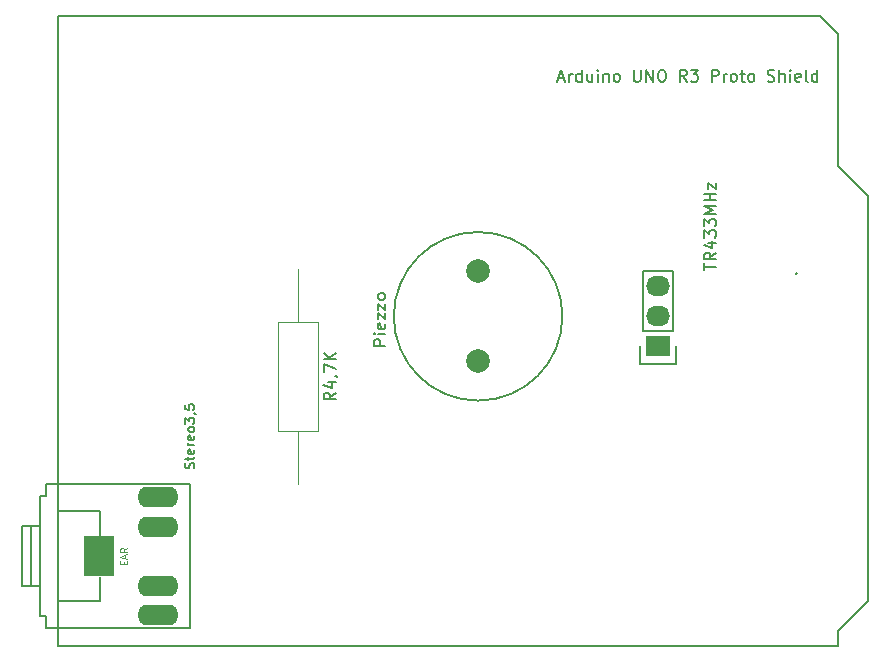
<source format=gbr>
%TF.GenerationSoftware,KiCad,Pcbnew,(6.0.4)*%
%TF.CreationDate,2022-04-14T17:01:16+02:00*%
%TF.ProjectId,KiCad_ArduinoUnoR3ProtoShield,4b694361-645f-4417-9264-75696e6f556e,rev?*%
%TF.SameCoordinates,Original*%
%TF.FileFunction,Legend,Top*%
%TF.FilePolarity,Positive*%
%FSLAX46Y46*%
G04 Gerber Fmt 4.6, Leading zero omitted, Abs format (unit mm)*
G04 Created by KiCad (PCBNEW (6.0.4)) date 2022-04-14 17:01:16*
%MOMM*%
%LPD*%
G01*
G04 APERTURE LIST*
%ADD10C,0.150000*%
%ADD11C,0.100000*%
%ADD12C,0.120000*%
%ADD13C,2.000000*%
%ADD14R,2.500000X3.500000*%
%ADD15O,3.500000X1.750000*%
%ADD16O,2.032000X1.727200*%
%ADD17R,2.032000X1.727200*%
G04 APERTURE END LIST*
D10*
%TO.C,Arduino UNO R3 Proto Shield*%
X154123809Y-78906666D02*
X154600000Y-78906666D01*
X154028571Y-79192380D02*
X154361904Y-78192380D01*
X154695238Y-79192380D01*
X155028571Y-79192380D02*
X155028571Y-78525714D01*
X155028571Y-78716190D02*
X155076190Y-78620952D01*
X155123809Y-78573333D01*
X155219047Y-78525714D01*
X155314285Y-78525714D01*
X156076190Y-79192380D02*
X156076190Y-78192380D01*
X156076190Y-79144761D02*
X155980952Y-79192380D01*
X155790476Y-79192380D01*
X155695238Y-79144761D01*
X155647619Y-79097142D01*
X155600000Y-79001904D01*
X155600000Y-78716190D01*
X155647619Y-78620952D01*
X155695238Y-78573333D01*
X155790476Y-78525714D01*
X155980952Y-78525714D01*
X156076190Y-78573333D01*
X156980952Y-78525714D02*
X156980952Y-79192380D01*
X156552380Y-78525714D02*
X156552380Y-79049523D01*
X156600000Y-79144761D01*
X156695238Y-79192380D01*
X156838095Y-79192380D01*
X156933333Y-79144761D01*
X156980952Y-79097142D01*
X157457142Y-79192380D02*
X157457142Y-78525714D01*
X157457142Y-78192380D02*
X157409523Y-78240000D01*
X157457142Y-78287619D01*
X157504761Y-78240000D01*
X157457142Y-78192380D01*
X157457142Y-78287619D01*
X157933333Y-78525714D02*
X157933333Y-79192380D01*
X157933333Y-78620952D02*
X157980952Y-78573333D01*
X158076190Y-78525714D01*
X158219047Y-78525714D01*
X158314285Y-78573333D01*
X158361904Y-78668571D01*
X158361904Y-79192380D01*
X158980952Y-79192380D02*
X158885714Y-79144761D01*
X158838095Y-79097142D01*
X158790476Y-79001904D01*
X158790476Y-78716190D01*
X158838095Y-78620952D01*
X158885714Y-78573333D01*
X158980952Y-78525714D01*
X159123809Y-78525714D01*
X159219047Y-78573333D01*
X159266666Y-78620952D01*
X159314285Y-78716190D01*
X159314285Y-79001904D01*
X159266666Y-79097142D01*
X159219047Y-79144761D01*
X159123809Y-79192380D01*
X158980952Y-79192380D01*
X160504761Y-78192380D02*
X160504761Y-79001904D01*
X160552380Y-79097142D01*
X160600000Y-79144761D01*
X160695238Y-79192380D01*
X160885714Y-79192380D01*
X160980952Y-79144761D01*
X161028571Y-79097142D01*
X161076190Y-79001904D01*
X161076190Y-78192380D01*
X161552380Y-79192380D02*
X161552380Y-78192380D01*
X162123809Y-79192380D01*
X162123809Y-78192380D01*
X162790476Y-78192380D02*
X162980952Y-78192380D01*
X163076190Y-78240000D01*
X163171428Y-78335238D01*
X163219047Y-78525714D01*
X163219047Y-78859047D01*
X163171428Y-79049523D01*
X163076190Y-79144761D01*
X162980952Y-79192380D01*
X162790476Y-79192380D01*
X162695238Y-79144761D01*
X162600000Y-79049523D01*
X162552380Y-78859047D01*
X162552380Y-78525714D01*
X162600000Y-78335238D01*
X162695238Y-78240000D01*
X162790476Y-78192380D01*
X164980952Y-79192380D02*
X164647619Y-78716190D01*
X164409523Y-79192380D02*
X164409523Y-78192380D01*
X164790476Y-78192380D01*
X164885714Y-78240000D01*
X164933333Y-78287619D01*
X164980952Y-78382857D01*
X164980952Y-78525714D01*
X164933333Y-78620952D01*
X164885714Y-78668571D01*
X164790476Y-78716190D01*
X164409523Y-78716190D01*
X165314285Y-78192380D02*
X165933333Y-78192380D01*
X165600000Y-78573333D01*
X165742857Y-78573333D01*
X165838095Y-78620952D01*
X165885714Y-78668571D01*
X165933333Y-78763809D01*
X165933333Y-79001904D01*
X165885714Y-79097142D01*
X165838095Y-79144761D01*
X165742857Y-79192380D01*
X165457142Y-79192380D01*
X165361904Y-79144761D01*
X165314285Y-79097142D01*
X167123809Y-79192380D02*
X167123809Y-78192380D01*
X167504761Y-78192380D01*
X167600000Y-78240000D01*
X167647619Y-78287619D01*
X167695238Y-78382857D01*
X167695238Y-78525714D01*
X167647619Y-78620952D01*
X167600000Y-78668571D01*
X167504761Y-78716190D01*
X167123809Y-78716190D01*
X168123809Y-79192380D02*
X168123809Y-78525714D01*
X168123809Y-78716190D02*
X168171428Y-78620952D01*
X168219047Y-78573333D01*
X168314285Y-78525714D01*
X168409523Y-78525714D01*
X168885714Y-79192380D02*
X168790476Y-79144761D01*
X168742857Y-79097142D01*
X168695238Y-79001904D01*
X168695238Y-78716190D01*
X168742857Y-78620952D01*
X168790476Y-78573333D01*
X168885714Y-78525714D01*
X169028571Y-78525714D01*
X169123809Y-78573333D01*
X169171428Y-78620952D01*
X169219047Y-78716190D01*
X169219047Y-79001904D01*
X169171428Y-79097142D01*
X169123809Y-79144761D01*
X169028571Y-79192380D01*
X168885714Y-79192380D01*
X169504761Y-78525714D02*
X169885714Y-78525714D01*
X169647619Y-78192380D02*
X169647619Y-79049523D01*
X169695238Y-79144761D01*
X169790476Y-79192380D01*
X169885714Y-79192380D01*
X170361904Y-79192380D02*
X170266666Y-79144761D01*
X170219047Y-79097142D01*
X170171428Y-79001904D01*
X170171428Y-78716190D01*
X170219047Y-78620952D01*
X170266666Y-78573333D01*
X170361904Y-78525714D01*
X170504761Y-78525714D01*
X170600000Y-78573333D01*
X170647619Y-78620952D01*
X170695238Y-78716190D01*
X170695238Y-79001904D01*
X170647619Y-79097142D01*
X170600000Y-79144761D01*
X170504761Y-79192380D01*
X170361904Y-79192380D01*
X171838095Y-79144761D02*
X171980952Y-79192380D01*
X172219047Y-79192380D01*
X172314285Y-79144761D01*
X172361904Y-79097142D01*
X172409523Y-79001904D01*
X172409523Y-78906666D01*
X172361904Y-78811428D01*
X172314285Y-78763809D01*
X172219047Y-78716190D01*
X172028571Y-78668571D01*
X171933333Y-78620952D01*
X171885714Y-78573333D01*
X171838095Y-78478095D01*
X171838095Y-78382857D01*
X171885714Y-78287619D01*
X171933333Y-78240000D01*
X172028571Y-78192380D01*
X172266666Y-78192380D01*
X172409523Y-78240000D01*
X172838095Y-79192380D02*
X172838095Y-78192380D01*
X173266666Y-79192380D02*
X173266666Y-78668571D01*
X173219047Y-78573333D01*
X173123809Y-78525714D01*
X172980952Y-78525714D01*
X172885714Y-78573333D01*
X172838095Y-78620952D01*
X173742857Y-79192380D02*
X173742857Y-78525714D01*
X173742857Y-78192380D02*
X173695238Y-78240000D01*
X173742857Y-78287619D01*
X173790476Y-78240000D01*
X173742857Y-78192380D01*
X173742857Y-78287619D01*
X174600000Y-79144761D02*
X174504761Y-79192380D01*
X174314285Y-79192380D01*
X174219047Y-79144761D01*
X174171428Y-79049523D01*
X174171428Y-78668571D01*
X174219047Y-78573333D01*
X174314285Y-78525714D01*
X174504761Y-78525714D01*
X174600000Y-78573333D01*
X174647619Y-78668571D01*
X174647619Y-78763809D01*
X174171428Y-78859047D01*
X175219047Y-79192380D02*
X175123809Y-79144761D01*
X175076190Y-79049523D01*
X175076190Y-78192380D01*
X176028571Y-79192380D02*
X176028571Y-78192380D01*
X176028571Y-79144761D02*
X175933333Y-79192380D01*
X175742857Y-79192380D01*
X175647619Y-79144761D01*
X175600000Y-79097142D01*
X175552380Y-79001904D01*
X175552380Y-78716190D01*
X175600000Y-78620952D01*
X175647619Y-78573333D01*
X175742857Y-78525714D01*
X175933333Y-78525714D01*
X176028571Y-78573333D01*
X174244000Y-95353142D02*
X174291619Y-95400761D01*
X174244000Y-95448380D01*
X174196380Y-95400761D01*
X174244000Y-95353142D01*
X174244000Y-95448380D01*
%TO.C,R4\u002C7K*%
X135252380Y-105520952D02*
X134776190Y-105854285D01*
X135252380Y-106092380D02*
X134252380Y-106092380D01*
X134252380Y-105711428D01*
X134300000Y-105616190D01*
X134347619Y-105568571D01*
X134442857Y-105520952D01*
X134585714Y-105520952D01*
X134680952Y-105568571D01*
X134728571Y-105616190D01*
X134776190Y-105711428D01*
X134776190Y-106092380D01*
X134585714Y-104663809D02*
X135252380Y-104663809D01*
X134204761Y-104901904D02*
X134919047Y-105140000D01*
X134919047Y-104520952D01*
X135204761Y-104092380D02*
X135252380Y-104092380D01*
X135347619Y-104140000D01*
X135395238Y-104187619D01*
X134252380Y-103759047D02*
X134252380Y-103092380D01*
X135252380Y-103520952D01*
X135252380Y-102711428D02*
X134252380Y-102711428D01*
X135252380Y-102140000D02*
X134680952Y-102568571D01*
X134252380Y-102140000D02*
X134823809Y-102711428D01*
%TO.C,Piezzo*%
X139472380Y-101550476D02*
X138472380Y-101550476D01*
X138472380Y-101169523D01*
X138520000Y-101074285D01*
X138567619Y-101026666D01*
X138662857Y-100979047D01*
X138805714Y-100979047D01*
X138900952Y-101026666D01*
X138948571Y-101074285D01*
X138996190Y-101169523D01*
X138996190Y-101550476D01*
X139472380Y-100550476D02*
X138805714Y-100550476D01*
X138472380Y-100550476D02*
X138520000Y-100598095D01*
X138567619Y-100550476D01*
X138520000Y-100502857D01*
X138472380Y-100550476D01*
X138567619Y-100550476D01*
X139424761Y-99693333D02*
X139472380Y-99788571D01*
X139472380Y-99979047D01*
X139424761Y-100074285D01*
X139329523Y-100121904D01*
X138948571Y-100121904D01*
X138853333Y-100074285D01*
X138805714Y-99979047D01*
X138805714Y-99788571D01*
X138853333Y-99693333D01*
X138948571Y-99645714D01*
X139043809Y-99645714D01*
X139139047Y-100121904D01*
X138805714Y-99312380D02*
X138805714Y-98788571D01*
X139472380Y-99312380D01*
X139472380Y-98788571D01*
X138805714Y-98502857D02*
X138805714Y-97979047D01*
X139472380Y-98502857D01*
X139472380Y-97979047D01*
X139472380Y-97455238D02*
X139424761Y-97550476D01*
X139377142Y-97598095D01*
X139281904Y-97645714D01*
X138996190Y-97645714D01*
X138900952Y-97598095D01*
X138853333Y-97550476D01*
X138805714Y-97455238D01*
X138805714Y-97312380D01*
X138853333Y-97217142D01*
X138900952Y-97169523D01*
X138996190Y-97121904D01*
X139281904Y-97121904D01*
X139377142Y-97169523D01*
X139424761Y-97217142D01*
X139472380Y-97312380D01*
X139472380Y-97455238D01*
%TO.C,Stereo3\u002C5*%
X123259809Y-111924761D02*
X123297904Y-111810476D01*
X123297904Y-111620000D01*
X123259809Y-111543809D01*
X123221714Y-111505714D01*
X123145523Y-111467619D01*
X123069333Y-111467619D01*
X122993142Y-111505714D01*
X122955047Y-111543809D01*
X122916952Y-111620000D01*
X122878857Y-111772380D01*
X122840761Y-111848571D01*
X122802666Y-111886666D01*
X122726476Y-111924761D01*
X122650285Y-111924761D01*
X122574095Y-111886666D01*
X122536000Y-111848571D01*
X122497904Y-111772380D01*
X122497904Y-111581904D01*
X122536000Y-111467619D01*
X122764571Y-111239047D02*
X122764571Y-110934285D01*
X122497904Y-111124761D02*
X123183619Y-111124761D01*
X123259809Y-111086666D01*
X123297904Y-111010476D01*
X123297904Y-110934285D01*
X123259809Y-110362857D02*
X123297904Y-110439047D01*
X123297904Y-110591428D01*
X123259809Y-110667619D01*
X123183619Y-110705714D01*
X122878857Y-110705714D01*
X122802666Y-110667619D01*
X122764571Y-110591428D01*
X122764571Y-110439047D01*
X122802666Y-110362857D01*
X122878857Y-110324761D01*
X122955047Y-110324761D01*
X123031238Y-110705714D01*
X123297904Y-109981904D02*
X122764571Y-109981904D01*
X122916952Y-109981904D02*
X122840761Y-109943809D01*
X122802666Y-109905714D01*
X122764571Y-109829523D01*
X122764571Y-109753333D01*
X123259809Y-109181904D02*
X123297904Y-109258095D01*
X123297904Y-109410476D01*
X123259809Y-109486666D01*
X123183619Y-109524761D01*
X122878857Y-109524761D01*
X122802666Y-109486666D01*
X122764571Y-109410476D01*
X122764571Y-109258095D01*
X122802666Y-109181904D01*
X122878857Y-109143809D01*
X122955047Y-109143809D01*
X123031238Y-109524761D01*
X123297904Y-108686666D02*
X123259809Y-108762857D01*
X123221714Y-108800952D01*
X123145523Y-108839047D01*
X122916952Y-108839047D01*
X122840761Y-108800952D01*
X122802666Y-108762857D01*
X122764571Y-108686666D01*
X122764571Y-108572380D01*
X122802666Y-108496190D01*
X122840761Y-108458095D01*
X122916952Y-108420000D01*
X123145523Y-108420000D01*
X123221714Y-108458095D01*
X123259809Y-108496190D01*
X123297904Y-108572380D01*
X123297904Y-108686666D01*
X122497904Y-108153333D02*
X122497904Y-107658095D01*
X122802666Y-107924761D01*
X122802666Y-107810476D01*
X122840761Y-107734285D01*
X122878857Y-107696190D01*
X122955047Y-107658095D01*
X123145523Y-107658095D01*
X123221714Y-107696190D01*
X123259809Y-107734285D01*
X123297904Y-107810476D01*
X123297904Y-108039047D01*
X123259809Y-108115238D01*
X123221714Y-108153333D01*
X123259809Y-107277142D02*
X123297904Y-107277142D01*
X123374095Y-107315238D01*
X123412190Y-107353333D01*
X122497904Y-106553333D02*
X122497904Y-106934285D01*
X122878857Y-106972380D01*
X122840761Y-106934285D01*
X122802666Y-106858095D01*
X122802666Y-106667619D01*
X122840761Y-106591428D01*
X122878857Y-106553333D01*
X122955047Y-106515238D01*
X123145523Y-106515238D01*
X123221714Y-106553333D01*
X123259809Y-106591428D01*
X123297904Y-106667619D01*
X123297904Y-106858095D01*
X123259809Y-106934285D01*
X123221714Y-106972380D01*
D11*
X117305142Y-120065714D02*
X117305142Y-119865714D01*
X117619428Y-119780000D02*
X117619428Y-120065714D01*
X117019428Y-120065714D01*
X117019428Y-119780000D01*
X117448000Y-119551428D02*
X117448000Y-119265714D01*
X117619428Y-119608571D02*
X117019428Y-119408571D01*
X117619428Y-119208571D01*
X117619428Y-118665714D02*
X117333714Y-118865714D01*
X117619428Y-119008571D02*
X117019428Y-119008571D01*
X117019428Y-118780000D01*
X117048000Y-118722857D01*
X117076571Y-118694285D01*
X117133714Y-118665714D01*
X117219428Y-118665714D01*
X117276571Y-118694285D01*
X117305142Y-118722857D01*
X117333714Y-118780000D01*
X117333714Y-119008571D01*
D10*
%TO.C,TR433MHz*%
X166457380Y-95154285D02*
X166457380Y-94582857D01*
X167457380Y-94868571D02*
X166457380Y-94868571D01*
X167457380Y-93678095D02*
X166981190Y-94011428D01*
X167457380Y-94249523D02*
X166457380Y-94249523D01*
X166457380Y-93868571D01*
X166505000Y-93773333D01*
X166552619Y-93725714D01*
X166647857Y-93678095D01*
X166790714Y-93678095D01*
X166885952Y-93725714D01*
X166933571Y-93773333D01*
X166981190Y-93868571D01*
X166981190Y-94249523D01*
X166790714Y-92820952D02*
X167457380Y-92820952D01*
X166409761Y-93059047D02*
X167124047Y-93297142D01*
X167124047Y-92678095D01*
X166457380Y-92392380D02*
X166457380Y-91773333D01*
X166838333Y-92106666D01*
X166838333Y-91963809D01*
X166885952Y-91868571D01*
X166933571Y-91820952D01*
X167028809Y-91773333D01*
X167266904Y-91773333D01*
X167362142Y-91820952D01*
X167409761Y-91868571D01*
X167457380Y-91963809D01*
X167457380Y-92249523D01*
X167409761Y-92344761D01*
X167362142Y-92392380D01*
X166457380Y-91440000D02*
X166457380Y-90820952D01*
X166838333Y-91154285D01*
X166838333Y-91011428D01*
X166885952Y-90916190D01*
X166933571Y-90868571D01*
X167028809Y-90820952D01*
X167266904Y-90820952D01*
X167362142Y-90868571D01*
X167409761Y-90916190D01*
X167457380Y-91011428D01*
X167457380Y-91297142D01*
X167409761Y-91392380D01*
X167362142Y-91440000D01*
X167457380Y-90392380D02*
X166457380Y-90392380D01*
X167171666Y-90059047D01*
X166457380Y-89725714D01*
X167457380Y-89725714D01*
X167457380Y-89249523D02*
X166457380Y-89249523D01*
X166933571Y-89249523D02*
X166933571Y-88678095D01*
X167457380Y-88678095D02*
X166457380Y-88678095D01*
X166790714Y-88297142D02*
X166790714Y-87773333D01*
X167457380Y-88297142D01*
X167457380Y-87773333D01*
%TO.C,Arduino UNO R3 Proto Shield*%
X111760000Y-73660000D02*
X111760000Y-127000000D01*
X177800000Y-86360000D02*
X177800000Y-75184000D01*
X180340000Y-88900000D02*
X177800000Y-86360000D01*
X180340000Y-123190000D02*
X180340000Y-88900000D01*
X177800000Y-125730000D02*
X180340000Y-123190000D01*
X177800000Y-127000000D02*
X177800000Y-125730000D01*
X176276000Y-73660000D02*
X177800000Y-75184000D01*
X111760000Y-127000000D02*
X177800000Y-127000000D01*
X111760000Y-73660000D02*
X176276000Y-73660000D01*
D12*
%TO.C,R4\u002C7K*%
X133800000Y-108760000D02*
X133800000Y-99520000D01*
X132080000Y-95020000D02*
X132080000Y-99520000D01*
X130360000Y-99520000D02*
X130360000Y-108760000D01*
X132080000Y-113260000D02*
X132080000Y-108760000D01*
X130360000Y-108760000D02*
X133800000Y-108760000D01*
X133800000Y-99520000D02*
X130360000Y-99520000D01*
D10*
%TO.C,Piezzo*%
X154458627Y-99060000D02*
G75*
G03*
X154458627Y-99060000I-7138627J0D01*
G01*
%TO.C,Stereo3\u002C5*%
X115316000Y-121158000D02*
X115316000Y-123190000D01*
X115316000Y-123190000D02*
X111760000Y-123190000D01*
X111760000Y-123190000D02*
X111760000Y-115570000D01*
X111760000Y-115570000D02*
X115316000Y-115570000D01*
X115316000Y-115570000D02*
X115316000Y-117602000D01*
X110744000Y-124460000D02*
X110744000Y-125476000D01*
X110744000Y-113284000D02*
X110744000Y-114300000D01*
X108712000Y-121920000D02*
X110236000Y-121920000D01*
X110236000Y-116840000D02*
X108712000Y-116840000D01*
X109474000Y-121920000D02*
X109474000Y-116840000D01*
X110744000Y-124460000D02*
X110490000Y-124460000D01*
X110490000Y-124460000D02*
X110236000Y-124460000D01*
X110236000Y-124460000D02*
X110236000Y-114300000D01*
X110236000Y-114300000D02*
X110744000Y-114300000D01*
X108712000Y-121920000D02*
X108712000Y-116840000D01*
X122936000Y-125476000D02*
X110744000Y-125476000D01*
X110744000Y-113284000D02*
X122936000Y-113284000D01*
X122936000Y-113284000D02*
X122936000Y-125476000D01*
%TO.C,TR433MHz*%
X161036000Y-101600000D02*
X161036000Y-103124000D01*
X161036000Y-103124000D02*
X164084000Y-103124000D01*
X164084000Y-103124000D02*
X164084000Y-101600000D01*
X163830000Y-100330000D02*
X161290000Y-100330000D01*
X161290000Y-100330000D02*
X161290000Y-95250000D01*
X161290000Y-95250000D02*
X163830000Y-95250000D01*
X163830000Y-95250000D02*
X163830000Y-100330000D01*
%TD*%
D13*
%TO.C,Piezzo*%
X147330000Y-102870000D03*
X147310000Y-95250000D03*
%TD*%
D14*
%TO.C,Stereo3\u002C5*%
X115244000Y-119380000D03*
D15*
X120250000Y-114380000D03*
X120250000Y-124380000D03*
X120250000Y-116880000D03*
X120250000Y-121880000D03*
%TD*%
D16*
%TO.C,TR433MHz*%
X162560000Y-96520000D03*
X162560000Y-99060000D03*
D17*
X162560000Y-101600000D03*
%TD*%
M02*

</source>
